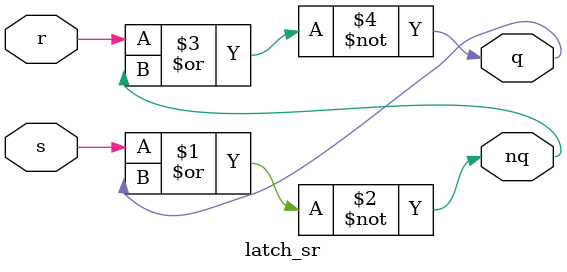
<source format=sv>
module latch_sr(s,r,q,nq);
    input s,r;
    output q,nq;
    wire q,nq;

    nor(nq,s,q);
    nor(q,r,nq);

endmodule

</source>
